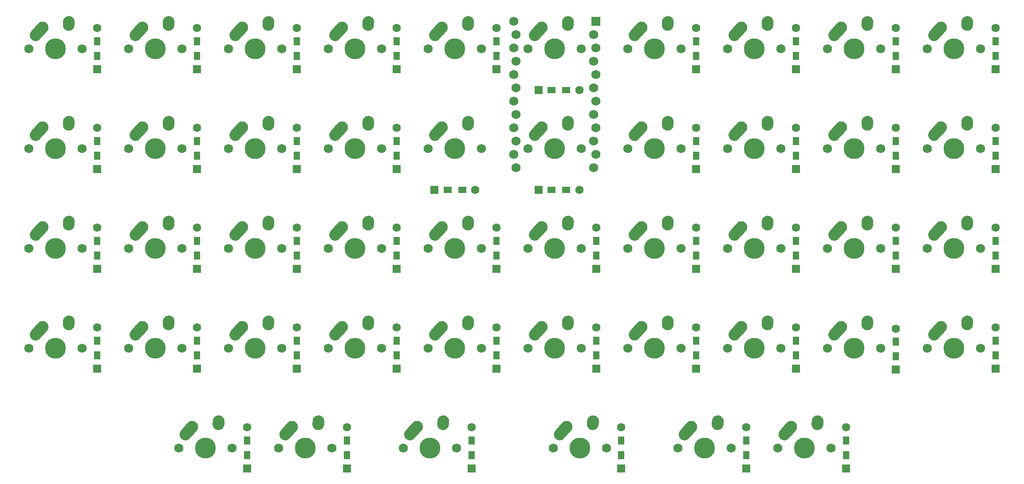
<source format=gbs>
%TF.GenerationSoftware,KiCad,Pcbnew,(5.1.12)-1*%
%TF.CreationDate,2021-12-31T17:23:32-05:00*%
%TF.ProjectId,my-keeb-pro-micro,6d792d6b-6565-4622-9d70-726f2d6d6963,rev?*%
%TF.SameCoordinates,Original*%
%TF.FileFunction,Soldermask,Bot*%
%TF.FilePolarity,Negative*%
%FSLAX46Y46*%
G04 Gerber Fmt 4.6, Leading zero omitted, Abs format (unit mm)*
G04 Created by KiCad (PCBNEW (5.1.12)-1) date 2021-12-31 17:23:32*
%MOMM*%
%LPD*%
G01*
G04 APERTURE LIST*
%ADD10C,2.250000*%
%ADD11C,3.987800*%
%ADD12C,1.750000*%
%ADD13R,1.752600X1.752600*%
%ADD14C,1.752600*%
%ADD15R,1.600000X1.600000*%
%ADD16C,1.600000*%
%ADD17R,1.200000X1.600000*%
%ADD18R,1.600000X1.200000*%
G04 APERTURE END LIST*
%TO.C,MX25*%
G36*
G01*
X119898483Y-37897395D02*
X119897597Y-37897334D01*
G75*
G02*
X118852666Y-36697597I77403J1122334D01*
G01*
X118892666Y-36117597D01*
G75*
G02*
X120092403Y-35072666I1122334J-77403D01*
G01*
X120092403Y-35072666D01*
G75*
G02*
X121137334Y-36272403I-77403J-1122334D01*
G01*
X121097334Y-36852403D01*
G75*
G02*
X119897597Y-37897334I-1122334J77403D01*
G01*
G37*
D10*
X120015000Y-36195000D03*
G36*
G01*
X112913688Y-39572350D02*
X112913683Y-39572345D01*
G75*
G02*
X112827655Y-37983683I751317J837345D01*
G01*
X114137657Y-36523683D01*
G75*
G02*
X115726319Y-36437655I837345J-751317D01*
G01*
X115726319Y-36437655D01*
G75*
G02*
X115812347Y-38026317I-751317J-837345D01*
G01*
X114502345Y-39486317D01*
G75*
G02*
X112913683Y-39572345I-837345J751317D01*
G01*
G37*
D11*
X117475000Y-41275000D03*
D10*
X114975000Y-37275000D03*
D12*
X112395000Y-41275000D03*
X122555000Y-41275000D03*
%TD*%
%TO.C,MX28*%
G36*
G01*
X124660983Y-95047395D02*
X124660097Y-95047334D01*
G75*
G02*
X123615166Y-93847597I77403J1122334D01*
G01*
X123655166Y-93267597D01*
G75*
G02*
X124854903Y-92222666I1122334J-77403D01*
G01*
X124854903Y-92222666D01*
G75*
G02*
X125899834Y-93422403I-77403J-1122334D01*
G01*
X125859834Y-94002403D01*
G75*
G02*
X124660097Y-95047334I-1122334J77403D01*
G01*
G37*
D10*
X124777500Y-93345000D03*
G36*
G01*
X117676188Y-96722350D02*
X117676183Y-96722345D01*
G75*
G02*
X117590155Y-95133683I751317J837345D01*
G01*
X118900157Y-93673683D01*
G75*
G02*
X120488819Y-93587655I837345J-751317D01*
G01*
X120488819Y-93587655D01*
G75*
G02*
X120574847Y-95176317I-751317J-837345D01*
G01*
X119264845Y-96636317D01*
G75*
G02*
X117676183Y-96722345I-837345J751317D01*
G01*
G37*
D11*
X122237500Y-98425000D03*
D10*
X119737500Y-94425000D03*
D12*
X117157500Y-98425000D03*
X127317500Y-98425000D03*
%TD*%
D13*
%TO.C,U1*%
X125323600Y-16986250D03*
D14*
X124866400Y-19526250D03*
X125323600Y-22066250D03*
X124866400Y-24606250D03*
X125323600Y-27146250D03*
X124866400Y-29686250D03*
X125323600Y-32226250D03*
X124866400Y-34766250D03*
X125323600Y-37306250D03*
X124866400Y-39846250D03*
X125323600Y-42386250D03*
X110083600Y-44926250D03*
X109626400Y-42386250D03*
X110083600Y-39846250D03*
X109626400Y-37306250D03*
X110083600Y-34766250D03*
X109626400Y-32226250D03*
X110083600Y-29686250D03*
X109626400Y-27146250D03*
X110083600Y-24606250D03*
X109626400Y-22066250D03*
X110083600Y-19526250D03*
X124866400Y-44926250D03*
X109626400Y-16986250D03*
%TD*%
%TO.C,MX46*%
G36*
G01*
X196098483Y-75997395D02*
X196097597Y-75997334D01*
G75*
G02*
X195052666Y-74797597I77403J1122334D01*
G01*
X195092666Y-74217597D01*
G75*
G02*
X196292403Y-73172666I1122334J-77403D01*
G01*
X196292403Y-73172666D01*
G75*
G02*
X197337334Y-74372403I-77403J-1122334D01*
G01*
X197297334Y-74952403D01*
G75*
G02*
X196097597Y-75997334I-1122334J77403D01*
G01*
G37*
D10*
X196215000Y-74295000D03*
G36*
G01*
X189113688Y-77672350D02*
X189113683Y-77672345D01*
G75*
G02*
X189027655Y-76083683I751317J837345D01*
G01*
X190337657Y-74623683D01*
G75*
G02*
X191926319Y-74537655I837345J-751317D01*
G01*
X191926319Y-74537655D01*
G75*
G02*
X192012347Y-76126317I-751317J-837345D01*
G01*
X190702345Y-77586317D01*
G75*
G02*
X189113683Y-77672345I-837345J751317D01*
G01*
G37*
D11*
X193675000Y-79375000D03*
D10*
X191175000Y-75375000D03*
D12*
X188595000Y-79375000D03*
X198755000Y-79375000D03*
%TD*%
%TO.C,MX45*%
G36*
G01*
X196098483Y-56947395D02*
X196097597Y-56947334D01*
G75*
G02*
X195052666Y-55747597I77403J1122334D01*
G01*
X195092666Y-55167597D01*
G75*
G02*
X196292403Y-54122666I1122334J-77403D01*
G01*
X196292403Y-54122666D01*
G75*
G02*
X197337334Y-55322403I-77403J-1122334D01*
G01*
X197297334Y-55902403D01*
G75*
G02*
X196097597Y-56947334I-1122334J77403D01*
G01*
G37*
D10*
X196215000Y-55245000D03*
G36*
G01*
X189113688Y-58622350D02*
X189113683Y-58622345D01*
G75*
G02*
X189027655Y-57033683I751317J837345D01*
G01*
X190337657Y-55573683D01*
G75*
G02*
X191926319Y-55487655I837345J-751317D01*
G01*
X191926319Y-55487655D01*
G75*
G02*
X192012347Y-57076317I-751317J-837345D01*
G01*
X190702345Y-58536317D01*
G75*
G02*
X189113683Y-58622345I-837345J751317D01*
G01*
G37*
D11*
X193675000Y-60325000D03*
D10*
X191175000Y-56325000D03*
D12*
X188595000Y-60325000D03*
X198755000Y-60325000D03*
%TD*%
%TO.C,MX44*%
G36*
G01*
X196098483Y-37897395D02*
X196097597Y-37897334D01*
G75*
G02*
X195052666Y-36697597I77403J1122334D01*
G01*
X195092666Y-36117597D01*
G75*
G02*
X196292403Y-35072666I1122334J-77403D01*
G01*
X196292403Y-35072666D01*
G75*
G02*
X197337334Y-36272403I-77403J-1122334D01*
G01*
X197297334Y-36852403D01*
G75*
G02*
X196097597Y-37897334I-1122334J77403D01*
G01*
G37*
D10*
X196215000Y-36195000D03*
G36*
G01*
X189113688Y-39572350D02*
X189113683Y-39572345D01*
G75*
G02*
X189027655Y-37983683I751317J837345D01*
G01*
X190337657Y-36523683D01*
G75*
G02*
X191926319Y-36437655I837345J-751317D01*
G01*
X191926319Y-36437655D01*
G75*
G02*
X192012347Y-38026317I-751317J-837345D01*
G01*
X190702345Y-39486317D01*
G75*
G02*
X189113683Y-39572345I-837345J751317D01*
G01*
G37*
D11*
X193675000Y-41275000D03*
D10*
X191175000Y-37275000D03*
D12*
X188595000Y-41275000D03*
X198755000Y-41275000D03*
%TD*%
%TO.C,MX43*%
G36*
G01*
X196098483Y-18847395D02*
X196097597Y-18847334D01*
G75*
G02*
X195052666Y-17647597I77403J1122334D01*
G01*
X195092666Y-17067597D01*
G75*
G02*
X196292403Y-16022666I1122334J-77403D01*
G01*
X196292403Y-16022666D01*
G75*
G02*
X197337334Y-17222403I-77403J-1122334D01*
G01*
X197297334Y-17802403D01*
G75*
G02*
X196097597Y-18847334I-1122334J77403D01*
G01*
G37*
D10*
X196215000Y-17145000D03*
G36*
G01*
X189113688Y-20522350D02*
X189113683Y-20522345D01*
G75*
G02*
X189027655Y-18933683I751317J837345D01*
G01*
X190337657Y-17473683D01*
G75*
G02*
X191926319Y-17387655I837345J-751317D01*
G01*
X191926319Y-17387655D01*
G75*
G02*
X192012347Y-18976317I-751317J-837345D01*
G01*
X190702345Y-20436317D01*
G75*
G02*
X189113683Y-20522345I-837345J751317D01*
G01*
G37*
D11*
X193675000Y-22225000D03*
D10*
X191175000Y-18225000D03*
D12*
X188595000Y-22225000D03*
X198755000Y-22225000D03*
%TD*%
%TO.C,MX42*%
G36*
G01*
X177048483Y-75997395D02*
X177047597Y-75997334D01*
G75*
G02*
X176002666Y-74797597I77403J1122334D01*
G01*
X176042666Y-74217597D01*
G75*
G02*
X177242403Y-73172666I1122334J-77403D01*
G01*
X177242403Y-73172666D01*
G75*
G02*
X178287334Y-74372403I-77403J-1122334D01*
G01*
X178247334Y-74952403D01*
G75*
G02*
X177047597Y-75997334I-1122334J77403D01*
G01*
G37*
D10*
X177165000Y-74295000D03*
G36*
G01*
X170063688Y-77672350D02*
X170063683Y-77672345D01*
G75*
G02*
X169977655Y-76083683I751317J837345D01*
G01*
X171287657Y-74623683D01*
G75*
G02*
X172876319Y-74537655I837345J-751317D01*
G01*
X172876319Y-74537655D01*
G75*
G02*
X172962347Y-76126317I-751317J-837345D01*
G01*
X171652345Y-77586317D01*
G75*
G02*
X170063683Y-77672345I-837345J751317D01*
G01*
G37*
D11*
X174625000Y-79375000D03*
D10*
X172125000Y-75375000D03*
D12*
X169545000Y-79375000D03*
X179705000Y-79375000D03*
%TD*%
%TO.C,MX41*%
G36*
G01*
X177048483Y-56947395D02*
X177047597Y-56947334D01*
G75*
G02*
X176002666Y-55747597I77403J1122334D01*
G01*
X176042666Y-55167597D01*
G75*
G02*
X177242403Y-54122666I1122334J-77403D01*
G01*
X177242403Y-54122666D01*
G75*
G02*
X178287334Y-55322403I-77403J-1122334D01*
G01*
X178247334Y-55902403D01*
G75*
G02*
X177047597Y-56947334I-1122334J77403D01*
G01*
G37*
D10*
X177165000Y-55245000D03*
G36*
G01*
X170063688Y-58622350D02*
X170063683Y-58622345D01*
G75*
G02*
X169977655Y-57033683I751317J837345D01*
G01*
X171287657Y-55573683D01*
G75*
G02*
X172876319Y-55487655I837345J-751317D01*
G01*
X172876319Y-55487655D01*
G75*
G02*
X172962347Y-57076317I-751317J-837345D01*
G01*
X171652345Y-58536317D01*
G75*
G02*
X170063683Y-58622345I-837345J751317D01*
G01*
G37*
D11*
X174625000Y-60325000D03*
D10*
X172125000Y-56325000D03*
D12*
X169545000Y-60325000D03*
X179705000Y-60325000D03*
%TD*%
%TO.C,MX40*%
G36*
G01*
X177048483Y-37897395D02*
X177047597Y-37897334D01*
G75*
G02*
X176002666Y-36697597I77403J1122334D01*
G01*
X176042666Y-36117597D01*
G75*
G02*
X177242403Y-35072666I1122334J-77403D01*
G01*
X177242403Y-35072666D01*
G75*
G02*
X178287334Y-36272403I-77403J-1122334D01*
G01*
X178247334Y-36852403D01*
G75*
G02*
X177047597Y-37897334I-1122334J77403D01*
G01*
G37*
D10*
X177165000Y-36195000D03*
G36*
G01*
X170063688Y-39572350D02*
X170063683Y-39572345D01*
G75*
G02*
X169977655Y-37983683I751317J837345D01*
G01*
X171287657Y-36523683D01*
G75*
G02*
X172876319Y-36437655I837345J-751317D01*
G01*
X172876319Y-36437655D01*
G75*
G02*
X172962347Y-38026317I-751317J-837345D01*
G01*
X171652345Y-39486317D01*
G75*
G02*
X170063683Y-39572345I-837345J751317D01*
G01*
G37*
D11*
X174625000Y-41275000D03*
D10*
X172125000Y-37275000D03*
D12*
X169545000Y-41275000D03*
X179705000Y-41275000D03*
%TD*%
%TO.C,MX39*%
G36*
G01*
X177048483Y-18847395D02*
X177047597Y-18847334D01*
G75*
G02*
X176002666Y-17647597I77403J1122334D01*
G01*
X176042666Y-17067597D01*
G75*
G02*
X177242403Y-16022666I1122334J-77403D01*
G01*
X177242403Y-16022666D01*
G75*
G02*
X178287334Y-17222403I-77403J-1122334D01*
G01*
X178247334Y-17802403D01*
G75*
G02*
X177047597Y-18847334I-1122334J77403D01*
G01*
G37*
D10*
X177165000Y-17145000D03*
G36*
G01*
X170063688Y-20522350D02*
X170063683Y-20522345D01*
G75*
G02*
X169977655Y-18933683I751317J837345D01*
G01*
X171287657Y-17473683D01*
G75*
G02*
X172876319Y-17387655I837345J-751317D01*
G01*
X172876319Y-17387655D01*
G75*
G02*
X172962347Y-18976317I-751317J-837345D01*
G01*
X171652345Y-20436317D01*
G75*
G02*
X170063683Y-20522345I-837345J751317D01*
G01*
G37*
D11*
X174625000Y-22225000D03*
D10*
X172125000Y-18225000D03*
D12*
X169545000Y-22225000D03*
X179705000Y-22225000D03*
%TD*%
%TO.C,MX38*%
G36*
G01*
X167523483Y-95047395D02*
X167522597Y-95047334D01*
G75*
G02*
X166477666Y-93847597I77403J1122334D01*
G01*
X166517666Y-93267597D01*
G75*
G02*
X167717403Y-92222666I1122334J-77403D01*
G01*
X167717403Y-92222666D01*
G75*
G02*
X168762334Y-93422403I-77403J-1122334D01*
G01*
X168722334Y-94002403D01*
G75*
G02*
X167522597Y-95047334I-1122334J77403D01*
G01*
G37*
D10*
X167640000Y-93345000D03*
G36*
G01*
X160538688Y-96722350D02*
X160538683Y-96722345D01*
G75*
G02*
X160452655Y-95133683I751317J837345D01*
G01*
X161762657Y-93673683D01*
G75*
G02*
X163351319Y-93587655I837345J-751317D01*
G01*
X163351319Y-93587655D01*
G75*
G02*
X163437347Y-95176317I-751317J-837345D01*
G01*
X162127345Y-96636317D01*
G75*
G02*
X160538683Y-96722345I-837345J751317D01*
G01*
G37*
D11*
X165100000Y-98425000D03*
D10*
X162600000Y-94425000D03*
D12*
X160020000Y-98425000D03*
X170180000Y-98425000D03*
%TD*%
%TO.C,MX37*%
G36*
G01*
X157998483Y-75997395D02*
X157997597Y-75997334D01*
G75*
G02*
X156952666Y-74797597I77403J1122334D01*
G01*
X156992666Y-74217597D01*
G75*
G02*
X158192403Y-73172666I1122334J-77403D01*
G01*
X158192403Y-73172666D01*
G75*
G02*
X159237334Y-74372403I-77403J-1122334D01*
G01*
X159197334Y-74952403D01*
G75*
G02*
X157997597Y-75997334I-1122334J77403D01*
G01*
G37*
D10*
X158115000Y-74295000D03*
G36*
G01*
X151013688Y-77672350D02*
X151013683Y-77672345D01*
G75*
G02*
X150927655Y-76083683I751317J837345D01*
G01*
X152237657Y-74623683D01*
G75*
G02*
X153826319Y-74537655I837345J-751317D01*
G01*
X153826319Y-74537655D01*
G75*
G02*
X153912347Y-76126317I-751317J-837345D01*
G01*
X152602345Y-77586317D01*
G75*
G02*
X151013683Y-77672345I-837345J751317D01*
G01*
G37*
D11*
X155575000Y-79375000D03*
D10*
X153075000Y-75375000D03*
D12*
X150495000Y-79375000D03*
X160655000Y-79375000D03*
%TD*%
%TO.C,MX36*%
G36*
G01*
X157998483Y-56947395D02*
X157997597Y-56947334D01*
G75*
G02*
X156952666Y-55747597I77403J1122334D01*
G01*
X156992666Y-55167597D01*
G75*
G02*
X158192403Y-54122666I1122334J-77403D01*
G01*
X158192403Y-54122666D01*
G75*
G02*
X159237334Y-55322403I-77403J-1122334D01*
G01*
X159197334Y-55902403D01*
G75*
G02*
X157997597Y-56947334I-1122334J77403D01*
G01*
G37*
D10*
X158115000Y-55245000D03*
G36*
G01*
X151013688Y-58622350D02*
X151013683Y-58622345D01*
G75*
G02*
X150927655Y-57033683I751317J837345D01*
G01*
X152237657Y-55573683D01*
G75*
G02*
X153826319Y-55487655I837345J-751317D01*
G01*
X153826319Y-55487655D01*
G75*
G02*
X153912347Y-57076317I-751317J-837345D01*
G01*
X152602345Y-58536317D01*
G75*
G02*
X151013683Y-58622345I-837345J751317D01*
G01*
G37*
D11*
X155575000Y-60325000D03*
D10*
X153075000Y-56325000D03*
D12*
X150495000Y-60325000D03*
X160655000Y-60325000D03*
%TD*%
%TO.C,MX35*%
G36*
G01*
X157998483Y-37897395D02*
X157997597Y-37897334D01*
G75*
G02*
X156952666Y-36697597I77403J1122334D01*
G01*
X156992666Y-36117597D01*
G75*
G02*
X158192403Y-35072666I1122334J-77403D01*
G01*
X158192403Y-35072666D01*
G75*
G02*
X159237334Y-36272403I-77403J-1122334D01*
G01*
X159197334Y-36852403D01*
G75*
G02*
X157997597Y-37897334I-1122334J77403D01*
G01*
G37*
D10*
X158115000Y-36195000D03*
G36*
G01*
X151013688Y-39572350D02*
X151013683Y-39572345D01*
G75*
G02*
X150927655Y-37983683I751317J837345D01*
G01*
X152237657Y-36523683D01*
G75*
G02*
X153826319Y-36437655I837345J-751317D01*
G01*
X153826319Y-36437655D01*
G75*
G02*
X153912347Y-38026317I-751317J-837345D01*
G01*
X152602345Y-39486317D01*
G75*
G02*
X151013683Y-39572345I-837345J751317D01*
G01*
G37*
D11*
X155575000Y-41275000D03*
D10*
X153075000Y-37275000D03*
D12*
X150495000Y-41275000D03*
X160655000Y-41275000D03*
%TD*%
%TO.C,MX34*%
G36*
G01*
X157998483Y-18847395D02*
X157997597Y-18847334D01*
G75*
G02*
X156952666Y-17647597I77403J1122334D01*
G01*
X156992666Y-17067597D01*
G75*
G02*
X158192403Y-16022666I1122334J-77403D01*
G01*
X158192403Y-16022666D01*
G75*
G02*
X159237334Y-17222403I-77403J-1122334D01*
G01*
X159197334Y-17802403D01*
G75*
G02*
X157997597Y-18847334I-1122334J77403D01*
G01*
G37*
D10*
X158115000Y-17145000D03*
G36*
G01*
X151013688Y-20522350D02*
X151013683Y-20522345D01*
G75*
G02*
X150927655Y-18933683I751317J837345D01*
G01*
X152237657Y-17473683D01*
G75*
G02*
X153826319Y-17387655I837345J-751317D01*
G01*
X153826319Y-17387655D01*
G75*
G02*
X153912347Y-18976317I-751317J-837345D01*
G01*
X152602345Y-20436317D01*
G75*
G02*
X151013683Y-20522345I-837345J751317D01*
G01*
G37*
D11*
X155575000Y-22225000D03*
D10*
X153075000Y-18225000D03*
D12*
X150495000Y-22225000D03*
X160655000Y-22225000D03*
%TD*%
%TO.C,MX33*%
G36*
G01*
X148473483Y-95047395D02*
X148472597Y-95047334D01*
G75*
G02*
X147427666Y-93847597I77403J1122334D01*
G01*
X147467666Y-93267597D01*
G75*
G02*
X148667403Y-92222666I1122334J-77403D01*
G01*
X148667403Y-92222666D01*
G75*
G02*
X149712334Y-93422403I-77403J-1122334D01*
G01*
X149672334Y-94002403D01*
G75*
G02*
X148472597Y-95047334I-1122334J77403D01*
G01*
G37*
D10*
X148590000Y-93345000D03*
G36*
G01*
X141488688Y-96722350D02*
X141488683Y-96722345D01*
G75*
G02*
X141402655Y-95133683I751317J837345D01*
G01*
X142712657Y-93673683D01*
G75*
G02*
X144301319Y-93587655I837345J-751317D01*
G01*
X144301319Y-93587655D01*
G75*
G02*
X144387347Y-95176317I-751317J-837345D01*
G01*
X143077345Y-96636317D01*
G75*
G02*
X141488683Y-96722345I-837345J751317D01*
G01*
G37*
D11*
X146050000Y-98425000D03*
D10*
X143550000Y-94425000D03*
D12*
X140970000Y-98425000D03*
X151130000Y-98425000D03*
%TD*%
%TO.C,MX32*%
G36*
G01*
X138948483Y-75997395D02*
X138947597Y-75997334D01*
G75*
G02*
X137902666Y-74797597I77403J1122334D01*
G01*
X137942666Y-74217597D01*
G75*
G02*
X139142403Y-73172666I1122334J-77403D01*
G01*
X139142403Y-73172666D01*
G75*
G02*
X140187334Y-74372403I-77403J-1122334D01*
G01*
X140147334Y-74952403D01*
G75*
G02*
X138947597Y-75997334I-1122334J77403D01*
G01*
G37*
D10*
X139065000Y-74295000D03*
G36*
G01*
X131963688Y-77672350D02*
X131963683Y-77672345D01*
G75*
G02*
X131877655Y-76083683I751317J837345D01*
G01*
X133187657Y-74623683D01*
G75*
G02*
X134776319Y-74537655I837345J-751317D01*
G01*
X134776319Y-74537655D01*
G75*
G02*
X134862347Y-76126317I-751317J-837345D01*
G01*
X133552345Y-77586317D01*
G75*
G02*
X131963683Y-77672345I-837345J751317D01*
G01*
G37*
D11*
X136525000Y-79375000D03*
D10*
X134025000Y-75375000D03*
D12*
X131445000Y-79375000D03*
X141605000Y-79375000D03*
%TD*%
%TO.C,MX31*%
G36*
G01*
X138948483Y-56947395D02*
X138947597Y-56947334D01*
G75*
G02*
X137902666Y-55747597I77403J1122334D01*
G01*
X137942666Y-55167597D01*
G75*
G02*
X139142403Y-54122666I1122334J-77403D01*
G01*
X139142403Y-54122666D01*
G75*
G02*
X140187334Y-55322403I-77403J-1122334D01*
G01*
X140147334Y-55902403D01*
G75*
G02*
X138947597Y-56947334I-1122334J77403D01*
G01*
G37*
D10*
X139065000Y-55245000D03*
G36*
G01*
X131963688Y-58622350D02*
X131963683Y-58622345D01*
G75*
G02*
X131877655Y-57033683I751317J837345D01*
G01*
X133187657Y-55573683D01*
G75*
G02*
X134776319Y-55487655I837345J-751317D01*
G01*
X134776319Y-55487655D01*
G75*
G02*
X134862347Y-57076317I-751317J-837345D01*
G01*
X133552345Y-58536317D01*
G75*
G02*
X131963683Y-58622345I-837345J751317D01*
G01*
G37*
D11*
X136525000Y-60325000D03*
D10*
X134025000Y-56325000D03*
D12*
X131445000Y-60325000D03*
X141605000Y-60325000D03*
%TD*%
%TO.C,MX30*%
G36*
G01*
X138948483Y-37897395D02*
X138947597Y-37897334D01*
G75*
G02*
X137902666Y-36697597I77403J1122334D01*
G01*
X137942666Y-36117597D01*
G75*
G02*
X139142403Y-35072666I1122334J-77403D01*
G01*
X139142403Y-35072666D01*
G75*
G02*
X140187334Y-36272403I-77403J-1122334D01*
G01*
X140147334Y-36852403D01*
G75*
G02*
X138947597Y-37897334I-1122334J77403D01*
G01*
G37*
D10*
X139065000Y-36195000D03*
G36*
G01*
X131963688Y-39572350D02*
X131963683Y-39572345D01*
G75*
G02*
X131877655Y-37983683I751317J837345D01*
G01*
X133187657Y-36523683D01*
G75*
G02*
X134776319Y-36437655I837345J-751317D01*
G01*
X134776319Y-36437655D01*
G75*
G02*
X134862347Y-38026317I-751317J-837345D01*
G01*
X133552345Y-39486317D01*
G75*
G02*
X131963683Y-39572345I-837345J751317D01*
G01*
G37*
D11*
X136525000Y-41275000D03*
D10*
X134025000Y-37275000D03*
D12*
X131445000Y-41275000D03*
X141605000Y-41275000D03*
%TD*%
%TO.C,MX29*%
G36*
G01*
X138948483Y-18847395D02*
X138947597Y-18847334D01*
G75*
G02*
X137902666Y-17647597I77403J1122334D01*
G01*
X137942666Y-17067597D01*
G75*
G02*
X139142403Y-16022666I1122334J-77403D01*
G01*
X139142403Y-16022666D01*
G75*
G02*
X140187334Y-17222403I-77403J-1122334D01*
G01*
X140147334Y-17802403D01*
G75*
G02*
X138947597Y-18847334I-1122334J77403D01*
G01*
G37*
D10*
X139065000Y-17145000D03*
G36*
G01*
X131963688Y-20522350D02*
X131963683Y-20522345D01*
G75*
G02*
X131877655Y-18933683I751317J837345D01*
G01*
X133187657Y-17473683D01*
G75*
G02*
X134776319Y-17387655I837345J-751317D01*
G01*
X134776319Y-17387655D01*
G75*
G02*
X134862347Y-18976317I-751317J-837345D01*
G01*
X133552345Y-20436317D01*
G75*
G02*
X131963683Y-20522345I-837345J751317D01*
G01*
G37*
D11*
X136525000Y-22225000D03*
D10*
X134025000Y-18225000D03*
D12*
X131445000Y-22225000D03*
X141605000Y-22225000D03*
%TD*%
%TO.C,MX27*%
G36*
G01*
X119898483Y-75997395D02*
X119897597Y-75997334D01*
G75*
G02*
X118852666Y-74797597I77403J1122334D01*
G01*
X118892666Y-74217597D01*
G75*
G02*
X120092403Y-73172666I1122334J-77403D01*
G01*
X120092403Y-73172666D01*
G75*
G02*
X121137334Y-74372403I-77403J-1122334D01*
G01*
X121097334Y-74952403D01*
G75*
G02*
X119897597Y-75997334I-1122334J77403D01*
G01*
G37*
D10*
X120015000Y-74295000D03*
G36*
G01*
X112913688Y-77672350D02*
X112913683Y-77672345D01*
G75*
G02*
X112827655Y-76083683I751317J837345D01*
G01*
X114137657Y-74623683D01*
G75*
G02*
X115726319Y-74537655I837345J-751317D01*
G01*
X115726319Y-74537655D01*
G75*
G02*
X115812347Y-76126317I-751317J-837345D01*
G01*
X114502345Y-77586317D01*
G75*
G02*
X112913683Y-77672345I-837345J751317D01*
G01*
G37*
D11*
X117475000Y-79375000D03*
D10*
X114975000Y-75375000D03*
D12*
X112395000Y-79375000D03*
X122555000Y-79375000D03*
%TD*%
%TO.C,MX26*%
G36*
G01*
X119898483Y-56947395D02*
X119897597Y-56947334D01*
G75*
G02*
X118852666Y-55747597I77403J1122334D01*
G01*
X118892666Y-55167597D01*
G75*
G02*
X120092403Y-54122666I1122334J-77403D01*
G01*
X120092403Y-54122666D01*
G75*
G02*
X121137334Y-55322403I-77403J-1122334D01*
G01*
X121097334Y-55902403D01*
G75*
G02*
X119897597Y-56947334I-1122334J77403D01*
G01*
G37*
D10*
X120015000Y-55245000D03*
G36*
G01*
X112913688Y-58622350D02*
X112913683Y-58622345D01*
G75*
G02*
X112827655Y-57033683I751317J837345D01*
G01*
X114137657Y-55573683D01*
G75*
G02*
X115726319Y-55487655I837345J-751317D01*
G01*
X115726319Y-55487655D01*
G75*
G02*
X115812347Y-57076317I-751317J-837345D01*
G01*
X114502345Y-58536317D01*
G75*
G02*
X112913683Y-58622345I-837345J751317D01*
G01*
G37*
D11*
X117475000Y-60325000D03*
D10*
X114975000Y-56325000D03*
D12*
X112395000Y-60325000D03*
X122555000Y-60325000D03*
%TD*%
%TO.C,MX24*%
G36*
G01*
X119898483Y-18847395D02*
X119897597Y-18847334D01*
G75*
G02*
X118852666Y-17647597I77403J1122334D01*
G01*
X118892666Y-17067597D01*
G75*
G02*
X120092403Y-16022666I1122334J-77403D01*
G01*
X120092403Y-16022666D01*
G75*
G02*
X121137334Y-17222403I-77403J-1122334D01*
G01*
X121097334Y-17802403D01*
G75*
G02*
X119897597Y-18847334I-1122334J77403D01*
G01*
G37*
D10*
X120015000Y-17145000D03*
G36*
G01*
X112913688Y-20522350D02*
X112913683Y-20522345D01*
G75*
G02*
X112827655Y-18933683I751317J837345D01*
G01*
X114137657Y-17473683D01*
G75*
G02*
X115726319Y-17387655I837345J-751317D01*
G01*
X115726319Y-17387655D01*
G75*
G02*
X115812347Y-18976317I-751317J-837345D01*
G01*
X114502345Y-20436317D01*
G75*
G02*
X112913683Y-20522345I-837345J751317D01*
G01*
G37*
D11*
X117475000Y-22225000D03*
D10*
X114975000Y-18225000D03*
D12*
X112395000Y-22225000D03*
X122555000Y-22225000D03*
%TD*%
%TO.C,MX23*%
G36*
G01*
X96085983Y-95047395D02*
X96085097Y-95047334D01*
G75*
G02*
X95040166Y-93847597I77403J1122334D01*
G01*
X95080166Y-93267597D01*
G75*
G02*
X96279903Y-92222666I1122334J-77403D01*
G01*
X96279903Y-92222666D01*
G75*
G02*
X97324834Y-93422403I-77403J-1122334D01*
G01*
X97284834Y-94002403D01*
G75*
G02*
X96085097Y-95047334I-1122334J77403D01*
G01*
G37*
D10*
X96202500Y-93345000D03*
G36*
G01*
X89101188Y-96722350D02*
X89101183Y-96722345D01*
G75*
G02*
X89015155Y-95133683I751317J837345D01*
G01*
X90325157Y-93673683D01*
G75*
G02*
X91913819Y-93587655I837345J-751317D01*
G01*
X91913819Y-93587655D01*
G75*
G02*
X91999847Y-95176317I-751317J-837345D01*
G01*
X90689845Y-96636317D01*
G75*
G02*
X89101183Y-96722345I-837345J751317D01*
G01*
G37*
D11*
X93662500Y-98425000D03*
D10*
X91162500Y-94425000D03*
D12*
X88582500Y-98425000D03*
X98742500Y-98425000D03*
%TD*%
%TO.C,MX22*%
G36*
G01*
X100848483Y-75997395D02*
X100847597Y-75997334D01*
G75*
G02*
X99802666Y-74797597I77403J1122334D01*
G01*
X99842666Y-74217597D01*
G75*
G02*
X101042403Y-73172666I1122334J-77403D01*
G01*
X101042403Y-73172666D01*
G75*
G02*
X102087334Y-74372403I-77403J-1122334D01*
G01*
X102047334Y-74952403D01*
G75*
G02*
X100847597Y-75997334I-1122334J77403D01*
G01*
G37*
D10*
X100965000Y-74295000D03*
G36*
G01*
X93863688Y-77672350D02*
X93863683Y-77672345D01*
G75*
G02*
X93777655Y-76083683I751317J837345D01*
G01*
X95087657Y-74623683D01*
G75*
G02*
X96676319Y-74537655I837345J-751317D01*
G01*
X96676319Y-74537655D01*
G75*
G02*
X96762347Y-76126317I-751317J-837345D01*
G01*
X95452345Y-77586317D01*
G75*
G02*
X93863683Y-77672345I-837345J751317D01*
G01*
G37*
D11*
X98425000Y-79375000D03*
D10*
X95925000Y-75375000D03*
D12*
X93345000Y-79375000D03*
X103505000Y-79375000D03*
%TD*%
%TO.C,MX21*%
G36*
G01*
X100848483Y-56947395D02*
X100847597Y-56947334D01*
G75*
G02*
X99802666Y-55747597I77403J1122334D01*
G01*
X99842666Y-55167597D01*
G75*
G02*
X101042403Y-54122666I1122334J-77403D01*
G01*
X101042403Y-54122666D01*
G75*
G02*
X102087334Y-55322403I-77403J-1122334D01*
G01*
X102047334Y-55902403D01*
G75*
G02*
X100847597Y-56947334I-1122334J77403D01*
G01*
G37*
D10*
X100965000Y-55245000D03*
G36*
G01*
X93863688Y-58622350D02*
X93863683Y-58622345D01*
G75*
G02*
X93777655Y-57033683I751317J837345D01*
G01*
X95087657Y-55573683D01*
G75*
G02*
X96676319Y-55487655I837345J-751317D01*
G01*
X96676319Y-55487655D01*
G75*
G02*
X96762347Y-57076317I-751317J-837345D01*
G01*
X95452345Y-58536317D01*
G75*
G02*
X93863683Y-58622345I-837345J751317D01*
G01*
G37*
D11*
X98425000Y-60325000D03*
D10*
X95925000Y-56325000D03*
D12*
X93345000Y-60325000D03*
X103505000Y-60325000D03*
%TD*%
%TO.C,MX20*%
G36*
G01*
X100848483Y-37897395D02*
X100847597Y-37897334D01*
G75*
G02*
X99802666Y-36697597I77403J1122334D01*
G01*
X99842666Y-36117597D01*
G75*
G02*
X101042403Y-35072666I1122334J-77403D01*
G01*
X101042403Y-35072666D01*
G75*
G02*
X102087334Y-36272403I-77403J-1122334D01*
G01*
X102047334Y-36852403D01*
G75*
G02*
X100847597Y-37897334I-1122334J77403D01*
G01*
G37*
D10*
X100965000Y-36195000D03*
G36*
G01*
X93863688Y-39572350D02*
X93863683Y-39572345D01*
G75*
G02*
X93777655Y-37983683I751317J837345D01*
G01*
X95087657Y-36523683D01*
G75*
G02*
X96676319Y-36437655I837345J-751317D01*
G01*
X96676319Y-36437655D01*
G75*
G02*
X96762347Y-38026317I-751317J-837345D01*
G01*
X95452345Y-39486317D01*
G75*
G02*
X93863683Y-39572345I-837345J751317D01*
G01*
G37*
D11*
X98425000Y-41275000D03*
D10*
X95925000Y-37275000D03*
D12*
X93345000Y-41275000D03*
X103505000Y-41275000D03*
%TD*%
%TO.C,MX19*%
G36*
G01*
X100848483Y-18847395D02*
X100847597Y-18847334D01*
G75*
G02*
X99802666Y-17647597I77403J1122334D01*
G01*
X99842666Y-17067597D01*
G75*
G02*
X101042403Y-16022666I1122334J-77403D01*
G01*
X101042403Y-16022666D01*
G75*
G02*
X102087334Y-17222403I-77403J-1122334D01*
G01*
X102047334Y-17802403D01*
G75*
G02*
X100847597Y-18847334I-1122334J77403D01*
G01*
G37*
D10*
X100965000Y-17145000D03*
G36*
G01*
X93863688Y-20522350D02*
X93863683Y-20522345D01*
G75*
G02*
X93777655Y-18933683I751317J837345D01*
G01*
X95087657Y-17473683D01*
G75*
G02*
X96676319Y-17387655I837345J-751317D01*
G01*
X96676319Y-17387655D01*
G75*
G02*
X96762347Y-18976317I-751317J-837345D01*
G01*
X95452345Y-20436317D01*
G75*
G02*
X93863683Y-20522345I-837345J751317D01*
G01*
G37*
D11*
X98425000Y-22225000D03*
D10*
X95925000Y-18225000D03*
D12*
X93345000Y-22225000D03*
X103505000Y-22225000D03*
%TD*%
%TO.C,MX18*%
G36*
G01*
X72273483Y-95047395D02*
X72272597Y-95047334D01*
G75*
G02*
X71227666Y-93847597I77403J1122334D01*
G01*
X71267666Y-93267597D01*
G75*
G02*
X72467403Y-92222666I1122334J-77403D01*
G01*
X72467403Y-92222666D01*
G75*
G02*
X73512334Y-93422403I-77403J-1122334D01*
G01*
X73472334Y-94002403D01*
G75*
G02*
X72272597Y-95047334I-1122334J77403D01*
G01*
G37*
D10*
X72390000Y-93345000D03*
G36*
G01*
X65288688Y-96722350D02*
X65288683Y-96722345D01*
G75*
G02*
X65202655Y-95133683I751317J837345D01*
G01*
X66512657Y-93673683D01*
G75*
G02*
X68101319Y-93587655I837345J-751317D01*
G01*
X68101319Y-93587655D01*
G75*
G02*
X68187347Y-95176317I-751317J-837345D01*
G01*
X66877345Y-96636317D01*
G75*
G02*
X65288683Y-96722345I-837345J751317D01*
G01*
G37*
D11*
X69850000Y-98425000D03*
D10*
X67350000Y-94425000D03*
D12*
X64770000Y-98425000D03*
X74930000Y-98425000D03*
%TD*%
%TO.C,MX17*%
G36*
G01*
X81798483Y-75997395D02*
X81797597Y-75997334D01*
G75*
G02*
X80752666Y-74797597I77403J1122334D01*
G01*
X80792666Y-74217597D01*
G75*
G02*
X81992403Y-73172666I1122334J-77403D01*
G01*
X81992403Y-73172666D01*
G75*
G02*
X83037334Y-74372403I-77403J-1122334D01*
G01*
X82997334Y-74952403D01*
G75*
G02*
X81797597Y-75997334I-1122334J77403D01*
G01*
G37*
D10*
X81915000Y-74295000D03*
G36*
G01*
X74813688Y-77672350D02*
X74813683Y-77672345D01*
G75*
G02*
X74727655Y-76083683I751317J837345D01*
G01*
X76037657Y-74623683D01*
G75*
G02*
X77626319Y-74537655I837345J-751317D01*
G01*
X77626319Y-74537655D01*
G75*
G02*
X77712347Y-76126317I-751317J-837345D01*
G01*
X76402345Y-77586317D01*
G75*
G02*
X74813683Y-77672345I-837345J751317D01*
G01*
G37*
D11*
X79375000Y-79375000D03*
D10*
X76875000Y-75375000D03*
D12*
X74295000Y-79375000D03*
X84455000Y-79375000D03*
%TD*%
%TO.C,MX16*%
G36*
G01*
X81798483Y-56947395D02*
X81797597Y-56947334D01*
G75*
G02*
X80752666Y-55747597I77403J1122334D01*
G01*
X80792666Y-55167597D01*
G75*
G02*
X81992403Y-54122666I1122334J-77403D01*
G01*
X81992403Y-54122666D01*
G75*
G02*
X83037334Y-55322403I-77403J-1122334D01*
G01*
X82997334Y-55902403D01*
G75*
G02*
X81797597Y-56947334I-1122334J77403D01*
G01*
G37*
D10*
X81915000Y-55245000D03*
G36*
G01*
X74813688Y-58622350D02*
X74813683Y-58622345D01*
G75*
G02*
X74727655Y-57033683I751317J837345D01*
G01*
X76037657Y-55573683D01*
G75*
G02*
X77626319Y-55487655I837345J-751317D01*
G01*
X77626319Y-55487655D01*
G75*
G02*
X77712347Y-57076317I-751317J-837345D01*
G01*
X76402345Y-58536317D01*
G75*
G02*
X74813683Y-58622345I-837345J751317D01*
G01*
G37*
D11*
X79375000Y-60325000D03*
D10*
X76875000Y-56325000D03*
D12*
X74295000Y-60325000D03*
X84455000Y-60325000D03*
%TD*%
%TO.C,MX15*%
G36*
G01*
X81798483Y-37897395D02*
X81797597Y-37897334D01*
G75*
G02*
X80752666Y-36697597I77403J1122334D01*
G01*
X80792666Y-36117597D01*
G75*
G02*
X81992403Y-35072666I1122334J-77403D01*
G01*
X81992403Y-35072666D01*
G75*
G02*
X83037334Y-36272403I-77403J-1122334D01*
G01*
X82997334Y-36852403D01*
G75*
G02*
X81797597Y-37897334I-1122334J77403D01*
G01*
G37*
D10*
X81915000Y-36195000D03*
G36*
G01*
X74813688Y-39572350D02*
X74813683Y-39572345D01*
G75*
G02*
X74727655Y-37983683I751317J837345D01*
G01*
X76037657Y-36523683D01*
G75*
G02*
X77626319Y-36437655I837345J-751317D01*
G01*
X77626319Y-36437655D01*
G75*
G02*
X77712347Y-38026317I-751317J-837345D01*
G01*
X76402345Y-39486317D01*
G75*
G02*
X74813683Y-39572345I-837345J751317D01*
G01*
G37*
D11*
X79375000Y-41275000D03*
D10*
X76875000Y-37275000D03*
D12*
X74295000Y-41275000D03*
X84455000Y-41275000D03*
%TD*%
%TO.C,MX14*%
G36*
G01*
X81798483Y-18847395D02*
X81797597Y-18847334D01*
G75*
G02*
X80752666Y-17647597I77403J1122334D01*
G01*
X80792666Y-17067597D01*
G75*
G02*
X81992403Y-16022666I1122334J-77403D01*
G01*
X81992403Y-16022666D01*
G75*
G02*
X83037334Y-17222403I-77403J-1122334D01*
G01*
X82997334Y-17802403D01*
G75*
G02*
X81797597Y-18847334I-1122334J77403D01*
G01*
G37*
D10*
X81915000Y-17145000D03*
G36*
G01*
X74813688Y-20522350D02*
X74813683Y-20522345D01*
G75*
G02*
X74727655Y-18933683I751317J837345D01*
G01*
X76037657Y-17473683D01*
G75*
G02*
X77626319Y-17387655I837345J-751317D01*
G01*
X77626319Y-17387655D01*
G75*
G02*
X77712347Y-18976317I-751317J-837345D01*
G01*
X76402345Y-20436317D01*
G75*
G02*
X74813683Y-20522345I-837345J751317D01*
G01*
G37*
D11*
X79375000Y-22225000D03*
D10*
X76875000Y-18225000D03*
D12*
X74295000Y-22225000D03*
X84455000Y-22225000D03*
%TD*%
%TO.C,MX13*%
G36*
G01*
X53223483Y-95047395D02*
X53222597Y-95047334D01*
G75*
G02*
X52177666Y-93847597I77403J1122334D01*
G01*
X52217666Y-93267597D01*
G75*
G02*
X53417403Y-92222666I1122334J-77403D01*
G01*
X53417403Y-92222666D01*
G75*
G02*
X54462334Y-93422403I-77403J-1122334D01*
G01*
X54422334Y-94002403D01*
G75*
G02*
X53222597Y-95047334I-1122334J77403D01*
G01*
G37*
D10*
X53340000Y-93345000D03*
G36*
G01*
X46238688Y-96722350D02*
X46238683Y-96722345D01*
G75*
G02*
X46152655Y-95133683I751317J837345D01*
G01*
X47462657Y-93673683D01*
G75*
G02*
X49051319Y-93587655I837345J-751317D01*
G01*
X49051319Y-93587655D01*
G75*
G02*
X49137347Y-95176317I-751317J-837345D01*
G01*
X47827345Y-96636317D01*
G75*
G02*
X46238683Y-96722345I-837345J751317D01*
G01*
G37*
D11*
X50800000Y-98425000D03*
D10*
X48300000Y-94425000D03*
D12*
X45720000Y-98425000D03*
X55880000Y-98425000D03*
%TD*%
%TO.C,MX12*%
G36*
G01*
X62748483Y-75997395D02*
X62747597Y-75997334D01*
G75*
G02*
X61702666Y-74797597I77403J1122334D01*
G01*
X61742666Y-74217597D01*
G75*
G02*
X62942403Y-73172666I1122334J-77403D01*
G01*
X62942403Y-73172666D01*
G75*
G02*
X63987334Y-74372403I-77403J-1122334D01*
G01*
X63947334Y-74952403D01*
G75*
G02*
X62747597Y-75997334I-1122334J77403D01*
G01*
G37*
D10*
X62865000Y-74295000D03*
G36*
G01*
X55763688Y-77672350D02*
X55763683Y-77672345D01*
G75*
G02*
X55677655Y-76083683I751317J837345D01*
G01*
X56987657Y-74623683D01*
G75*
G02*
X58576319Y-74537655I837345J-751317D01*
G01*
X58576319Y-74537655D01*
G75*
G02*
X58662347Y-76126317I-751317J-837345D01*
G01*
X57352345Y-77586317D01*
G75*
G02*
X55763683Y-77672345I-837345J751317D01*
G01*
G37*
D11*
X60325000Y-79375000D03*
D10*
X57825000Y-75375000D03*
D12*
X55245000Y-79375000D03*
X65405000Y-79375000D03*
%TD*%
%TO.C,MX11*%
G36*
G01*
X62748483Y-56947395D02*
X62747597Y-56947334D01*
G75*
G02*
X61702666Y-55747597I77403J1122334D01*
G01*
X61742666Y-55167597D01*
G75*
G02*
X62942403Y-54122666I1122334J-77403D01*
G01*
X62942403Y-54122666D01*
G75*
G02*
X63987334Y-55322403I-77403J-1122334D01*
G01*
X63947334Y-55902403D01*
G75*
G02*
X62747597Y-56947334I-1122334J77403D01*
G01*
G37*
D10*
X62865000Y-55245000D03*
G36*
G01*
X55763688Y-58622350D02*
X55763683Y-58622345D01*
G75*
G02*
X55677655Y-57033683I751317J837345D01*
G01*
X56987657Y-55573683D01*
G75*
G02*
X58576319Y-55487655I837345J-751317D01*
G01*
X58576319Y-55487655D01*
G75*
G02*
X58662347Y-57076317I-751317J-837345D01*
G01*
X57352345Y-58536317D01*
G75*
G02*
X55763683Y-58622345I-837345J751317D01*
G01*
G37*
D11*
X60325000Y-60325000D03*
D10*
X57825000Y-56325000D03*
D12*
X55245000Y-60325000D03*
X65405000Y-60325000D03*
%TD*%
%TO.C,MX10*%
G36*
G01*
X62748483Y-37897395D02*
X62747597Y-37897334D01*
G75*
G02*
X61702666Y-36697597I77403J1122334D01*
G01*
X61742666Y-36117597D01*
G75*
G02*
X62942403Y-35072666I1122334J-77403D01*
G01*
X62942403Y-35072666D01*
G75*
G02*
X63987334Y-36272403I-77403J-1122334D01*
G01*
X63947334Y-36852403D01*
G75*
G02*
X62747597Y-37897334I-1122334J77403D01*
G01*
G37*
D10*
X62865000Y-36195000D03*
G36*
G01*
X55763688Y-39572350D02*
X55763683Y-39572345D01*
G75*
G02*
X55677655Y-37983683I751317J837345D01*
G01*
X56987657Y-36523683D01*
G75*
G02*
X58576319Y-36437655I837345J-751317D01*
G01*
X58576319Y-36437655D01*
G75*
G02*
X58662347Y-38026317I-751317J-837345D01*
G01*
X57352345Y-39486317D01*
G75*
G02*
X55763683Y-39572345I-837345J751317D01*
G01*
G37*
D11*
X60325000Y-41275000D03*
D10*
X57825000Y-37275000D03*
D12*
X55245000Y-41275000D03*
X65405000Y-41275000D03*
%TD*%
%TO.C,MX9*%
G36*
G01*
X62748483Y-18847395D02*
X62747597Y-18847334D01*
G75*
G02*
X61702666Y-17647597I77403J1122334D01*
G01*
X61742666Y-17067597D01*
G75*
G02*
X62942403Y-16022666I1122334J-77403D01*
G01*
X62942403Y-16022666D01*
G75*
G02*
X63987334Y-17222403I-77403J-1122334D01*
G01*
X63947334Y-17802403D01*
G75*
G02*
X62747597Y-18847334I-1122334J77403D01*
G01*
G37*
D10*
X62865000Y-17145000D03*
G36*
G01*
X55763688Y-20522350D02*
X55763683Y-20522345D01*
G75*
G02*
X55677655Y-18933683I751317J837345D01*
G01*
X56987657Y-17473683D01*
G75*
G02*
X58576319Y-17387655I837345J-751317D01*
G01*
X58576319Y-17387655D01*
G75*
G02*
X58662347Y-18976317I-751317J-837345D01*
G01*
X57352345Y-20436317D01*
G75*
G02*
X55763683Y-20522345I-837345J751317D01*
G01*
G37*
D11*
X60325000Y-22225000D03*
D10*
X57825000Y-18225000D03*
D12*
X55245000Y-22225000D03*
X65405000Y-22225000D03*
%TD*%
%TO.C,MX8*%
G36*
G01*
X43698483Y-75997395D02*
X43697597Y-75997334D01*
G75*
G02*
X42652666Y-74797597I77403J1122334D01*
G01*
X42692666Y-74217597D01*
G75*
G02*
X43892403Y-73172666I1122334J-77403D01*
G01*
X43892403Y-73172666D01*
G75*
G02*
X44937334Y-74372403I-77403J-1122334D01*
G01*
X44897334Y-74952403D01*
G75*
G02*
X43697597Y-75997334I-1122334J77403D01*
G01*
G37*
D10*
X43815000Y-74295000D03*
G36*
G01*
X36713688Y-77672350D02*
X36713683Y-77672345D01*
G75*
G02*
X36627655Y-76083683I751317J837345D01*
G01*
X37937657Y-74623683D01*
G75*
G02*
X39526319Y-74537655I837345J-751317D01*
G01*
X39526319Y-74537655D01*
G75*
G02*
X39612347Y-76126317I-751317J-837345D01*
G01*
X38302345Y-77586317D01*
G75*
G02*
X36713683Y-77672345I-837345J751317D01*
G01*
G37*
D11*
X41275000Y-79375000D03*
D10*
X38775000Y-75375000D03*
D12*
X36195000Y-79375000D03*
X46355000Y-79375000D03*
%TD*%
%TO.C,MX7*%
G36*
G01*
X43698483Y-56947395D02*
X43697597Y-56947334D01*
G75*
G02*
X42652666Y-55747597I77403J1122334D01*
G01*
X42692666Y-55167597D01*
G75*
G02*
X43892403Y-54122666I1122334J-77403D01*
G01*
X43892403Y-54122666D01*
G75*
G02*
X44937334Y-55322403I-77403J-1122334D01*
G01*
X44897334Y-55902403D01*
G75*
G02*
X43697597Y-56947334I-1122334J77403D01*
G01*
G37*
D10*
X43815000Y-55245000D03*
G36*
G01*
X36713688Y-58622350D02*
X36713683Y-58622345D01*
G75*
G02*
X36627655Y-57033683I751317J837345D01*
G01*
X37937657Y-55573683D01*
G75*
G02*
X39526319Y-55487655I837345J-751317D01*
G01*
X39526319Y-55487655D01*
G75*
G02*
X39612347Y-57076317I-751317J-837345D01*
G01*
X38302345Y-58536317D01*
G75*
G02*
X36713683Y-58622345I-837345J751317D01*
G01*
G37*
D11*
X41275000Y-60325000D03*
D10*
X38775000Y-56325000D03*
D12*
X36195000Y-60325000D03*
X46355000Y-60325000D03*
%TD*%
%TO.C,MX6*%
G36*
G01*
X43698483Y-37897395D02*
X43697597Y-37897334D01*
G75*
G02*
X42652666Y-36697597I77403J1122334D01*
G01*
X42692666Y-36117597D01*
G75*
G02*
X43892403Y-35072666I1122334J-77403D01*
G01*
X43892403Y-35072666D01*
G75*
G02*
X44937334Y-36272403I-77403J-1122334D01*
G01*
X44897334Y-36852403D01*
G75*
G02*
X43697597Y-37897334I-1122334J77403D01*
G01*
G37*
D10*
X43815000Y-36195000D03*
G36*
G01*
X36713688Y-39572350D02*
X36713683Y-39572345D01*
G75*
G02*
X36627655Y-37983683I751317J837345D01*
G01*
X37937657Y-36523683D01*
G75*
G02*
X39526319Y-36437655I837345J-751317D01*
G01*
X39526319Y-36437655D01*
G75*
G02*
X39612347Y-38026317I-751317J-837345D01*
G01*
X38302345Y-39486317D01*
G75*
G02*
X36713683Y-39572345I-837345J751317D01*
G01*
G37*
D11*
X41275000Y-41275000D03*
D10*
X38775000Y-37275000D03*
D12*
X36195000Y-41275000D03*
X46355000Y-41275000D03*
%TD*%
%TO.C,MX5*%
G36*
G01*
X43698483Y-18847395D02*
X43697597Y-18847334D01*
G75*
G02*
X42652666Y-17647597I77403J1122334D01*
G01*
X42692666Y-17067597D01*
G75*
G02*
X43892403Y-16022666I1122334J-77403D01*
G01*
X43892403Y-16022666D01*
G75*
G02*
X44937334Y-17222403I-77403J-1122334D01*
G01*
X44897334Y-17802403D01*
G75*
G02*
X43697597Y-18847334I-1122334J77403D01*
G01*
G37*
D10*
X43815000Y-17145000D03*
G36*
G01*
X36713688Y-20522350D02*
X36713683Y-20522345D01*
G75*
G02*
X36627655Y-18933683I751317J837345D01*
G01*
X37937657Y-17473683D01*
G75*
G02*
X39526319Y-17387655I837345J-751317D01*
G01*
X39526319Y-17387655D01*
G75*
G02*
X39612347Y-18976317I-751317J-837345D01*
G01*
X38302345Y-20436317D01*
G75*
G02*
X36713683Y-20522345I-837345J751317D01*
G01*
G37*
D11*
X41275000Y-22225000D03*
D10*
X38775000Y-18225000D03*
D12*
X36195000Y-22225000D03*
X46355000Y-22225000D03*
%TD*%
%TO.C,MX4*%
G36*
G01*
X24648483Y-75997395D02*
X24647597Y-75997334D01*
G75*
G02*
X23602666Y-74797597I77403J1122334D01*
G01*
X23642666Y-74217597D01*
G75*
G02*
X24842403Y-73172666I1122334J-77403D01*
G01*
X24842403Y-73172666D01*
G75*
G02*
X25887334Y-74372403I-77403J-1122334D01*
G01*
X25847334Y-74952403D01*
G75*
G02*
X24647597Y-75997334I-1122334J77403D01*
G01*
G37*
D10*
X24765000Y-74295000D03*
G36*
G01*
X17663688Y-77672350D02*
X17663683Y-77672345D01*
G75*
G02*
X17577655Y-76083683I751317J837345D01*
G01*
X18887657Y-74623683D01*
G75*
G02*
X20476319Y-74537655I837345J-751317D01*
G01*
X20476319Y-74537655D01*
G75*
G02*
X20562347Y-76126317I-751317J-837345D01*
G01*
X19252345Y-77586317D01*
G75*
G02*
X17663683Y-77672345I-837345J751317D01*
G01*
G37*
D11*
X22225000Y-79375000D03*
D10*
X19725000Y-75375000D03*
D12*
X17145000Y-79375000D03*
X27305000Y-79375000D03*
%TD*%
%TO.C,MX3*%
G36*
G01*
X24648483Y-56947395D02*
X24647597Y-56947334D01*
G75*
G02*
X23602666Y-55747597I77403J1122334D01*
G01*
X23642666Y-55167597D01*
G75*
G02*
X24842403Y-54122666I1122334J-77403D01*
G01*
X24842403Y-54122666D01*
G75*
G02*
X25887334Y-55322403I-77403J-1122334D01*
G01*
X25847334Y-55902403D01*
G75*
G02*
X24647597Y-56947334I-1122334J77403D01*
G01*
G37*
D10*
X24765000Y-55245000D03*
G36*
G01*
X17663688Y-58622350D02*
X17663683Y-58622345D01*
G75*
G02*
X17577655Y-57033683I751317J837345D01*
G01*
X18887657Y-55573683D01*
G75*
G02*
X20476319Y-55487655I837345J-751317D01*
G01*
X20476319Y-55487655D01*
G75*
G02*
X20562347Y-57076317I-751317J-837345D01*
G01*
X19252345Y-58536317D01*
G75*
G02*
X17663683Y-58622345I-837345J751317D01*
G01*
G37*
D11*
X22225000Y-60325000D03*
D10*
X19725000Y-56325000D03*
D12*
X17145000Y-60325000D03*
X27305000Y-60325000D03*
%TD*%
%TO.C,MX2*%
G36*
G01*
X24648483Y-37897395D02*
X24647597Y-37897334D01*
G75*
G02*
X23602666Y-36697597I77403J1122334D01*
G01*
X23642666Y-36117597D01*
G75*
G02*
X24842403Y-35072666I1122334J-77403D01*
G01*
X24842403Y-35072666D01*
G75*
G02*
X25887334Y-36272403I-77403J-1122334D01*
G01*
X25847334Y-36852403D01*
G75*
G02*
X24647597Y-37897334I-1122334J77403D01*
G01*
G37*
D10*
X24765000Y-36195000D03*
G36*
G01*
X17663688Y-39572350D02*
X17663683Y-39572345D01*
G75*
G02*
X17577655Y-37983683I751317J837345D01*
G01*
X18887657Y-36523683D01*
G75*
G02*
X20476319Y-36437655I837345J-751317D01*
G01*
X20476319Y-36437655D01*
G75*
G02*
X20562347Y-38026317I-751317J-837345D01*
G01*
X19252345Y-39486317D01*
G75*
G02*
X17663683Y-39572345I-837345J751317D01*
G01*
G37*
D11*
X22225000Y-41275000D03*
D10*
X19725000Y-37275000D03*
D12*
X17145000Y-41275000D03*
X27305000Y-41275000D03*
%TD*%
%TO.C,MX1*%
G36*
G01*
X24648483Y-18847395D02*
X24647597Y-18847334D01*
G75*
G02*
X23602666Y-17647597I77403J1122334D01*
G01*
X23642666Y-17067597D01*
G75*
G02*
X24842403Y-16022666I1122334J-77403D01*
G01*
X24842403Y-16022666D01*
G75*
G02*
X25887334Y-17222403I-77403J-1122334D01*
G01*
X25847334Y-17802403D01*
G75*
G02*
X24647597Y-18847334I-1122334J77403D01*
G01*
G37*
D10*
X24765000Y-17145000D03*
G36*
G01*
X17663688Y-20522350D02*
X17663683Y-20522345D01*
G75*
G02*
X17577655Y-18933683I751317J837345D01*
G01*
X18887657Y-17473683D01*
G75*
G02*
X20476319Y-17387655I837345J-751317D01*
G01*
X20476319Y-17387655D01*
G75*
G02*
X20562347Y-18976317I-751317J-837345D01*
G01*
X19252345Y-20436317D01*
G75*
G02*
X17663683Y-20522345I-837345J751317D01*
G01*
G37*
D11*
X22225000Y-22225000D03*
D10*
X19725000Y-18225000D03*
D12*
X17145000Y-22225000D03*
X27305000Y-22225000D03*
%TD*%
D15*
%TO.C,D46*%
X201612500Y-83275000D03*
D16*
X201612500Y-75475000D03*
D17*
X201612500Y-80775000D03*
X201612500Y-77975000D03*
%TD*%
D15*
%TO.C,D45*%
X201612500Y-64225000D03*
D16*
X201612500Y-56425000D03*
D17*
X201612500Y-61725000D03*
X201612500Y-58925000D03*
%TD*%
D15*
%TO.C,D44*%
X201612500Y-45175000D03*
D16*
X201612500Y-37375000D03*
D17*
X201612500Y-42675000D03*
X201612500Y-39875000D03*
%TD*%
D15*
%TO.C,D43*%
X201612500Y-26125000D03*
D16*
X201612500Y-18325000D03*
D17*
X201612500Y-23625000D03*
X201612500Y-20825000D03*
%TD*%
D15*
%TO.C,D42*%
X182562500Y-83462500D03*
D16*
X182562500Y-75662500D03*
D17*
X182562500Y-80962500D03*
X182562500Y-78162500D03*
%TD*%
D15*
%TO.C,D41*%
X182562500Y-64225000D03*
D16*
X182562500Y-56425000D03*
D17*
X182562500Y-61725000D03*
X182562500Y-58925000D03*
%TD*%
D15*
%TO.C,D40*%
X182562500Y-45175000D03*
D16*
X182562500Y-37375000D03*
D17*
X182562500Y-42675000D03*
X182562500Y-39875000D03*
%TD*%
D15*
%TO.C,D39*%
X182562500Y-26125000D03*
D16*
X182562500Y-18325000D03*
D17*
X182562500Y-23625000D03*
X182562500Y-20825000D03*
%TD*%
D15*
%TO.C,D38*%
X173037500Y-102325000D03*
D16*
X173037500Y-94525000D03*
D17*
X173037500Y-99825000D03*
X173037500Y-97025000D03*
%TD*%
D15*
%TO.C,D37*%
X163512500Y-83275000D03*
D16*
X163512500Y-75475000D03*
D17*
X163512500Y-80775000D03*
X163512500Y-77975000D03*
%TD*%
D15*
%TO.C,D36*%
X163512500Y-64225000D03*
D16*
X163512500Y-56425000D03*
D17*
X163512500Y-61725000D03*
X163512500Y-58925000D03*
%TD*%
D15*
%TO.C,D35*%
X163512500Y-45175000D03*
D16*
X163512500Y-37375000D03*
D17*
X163512500Y-42675000D03*
X163512500Y-39875000D03*
%TD*%
D15*
%TO.C,D34*%
X163512500Y-26125000D03*
D16*
X163512500Y-18325000D03*
D17*
X163512500Y-23625000D03*
X163512500Y-20825000D03*
%TD*%
D15*
%TO.C,D33*%
X153987500Y-102325000D03*
D16*
X153987500Y-94525000D03*
D17*
X153987500Y-99825000D03*
X153987500Y-97025000D03*
%TD*%
D15*
%TO.C,D32*%
X144462500Y-83275000D03*
D16*
X144462500Y-75475000D03*
D17*
X144462500Y-80775000D03*
X144462500Y-77975000D03*
%TD*%
D15*
%TO.C,D31*%
X144462500Y-64225000D03*
D16*
X144462500Y-56425000D03*
D17*
X144462500Y-61725000D03*
X144462500Y-58925000D03*
%TD*%
D15*
%TO.C,D30*%
X144462500Y-45175000D03*
D16*
X144462500Y-37375000D03*
D17*
X144462500Y-42675000D03*
X144462500Y-39875000D03*
%TD*%
D15*
%TO.C,D29*%
X144462500Y-26125000D03*
D16*
X144462500Y-18325000D03*
D17*
X144462500Y-23625000D03*
X144462500Y-20825000D03*
%TD*%
D15*
%TO.C,D28*%
X130175000Y-102325000D03*
D16*
X130175000Y-94525000D03*
D17*
X130175000Y-99825000D03*
X130175000Y-97025000D03*
%TD*%
D15*
%TO.C,D27*%
X125412500Y-83275000D03*
D16*
X125412500Y-75475000D03*
D17*
X125412500Y-80775000D03*
X125412500Y-77975000D03*
%TD*%
D15*
%TO.C,D26*%
X125412500Y-64225000D03*
D16*
X125412500Y-56425000D03*
D17*
X125412500Y-61725000D03*
X125412500Y-58925000D03*
%TD*%
D15*
%TO.C,D25*%
X114368750Y-49212500D03*
D16*
X122168750Y-49212500D03*
D18*
X116868750Y-49212500D03*
X119668750Y-49212500D03*
%TD*%
D15*
%TO.C,D24*%
X114368750Y-30162500D03*
D16*
X122168750Y-30162500D03*
D18*
X116868750Y-30162500D03*
X119668750Y-30162500D03*
%TD*%
D15*
%TO.C,D23*%
X101600000Y-102325000D03*
D16*
X101600000Y-94525000D03*
D17*
X101600000Y-99825000D03*
X101600000Y-97025000D03*
%TD*%
D15*
%TO.C,D22*%
X106362500Y-83275000D03*
D16*
X106362500Y-75475000D03*
D17*
X106362500Y-80775000D03*
X106362500Y-77975000D03*
%TD*%
D15*
%TO.C,D21*%
X106362500Y-64225000D03*
D16*
X106362500Y-56425000D03*
D17*
X106362500Y-61725000D03*
X106362500Y-58925000D03*
%TD*%
D15*
%TO.C,D20*%
X94525000Y-49212500D03*
D16*
X102325000Y-49212500D03*
D18*
X97025000Y-49212500D03*
X99825000Y-49212500D03*
%TD*%
D15*
%TO.C,D19*%
X106362500Y-26125000D03*
D16*
X106362500Y-18325000D03*
D17*
X106362500Y-23625000D03*
X106362500Y-20825000D03*
%TD*%
D15*
%TO.C,D18*%
X77787500Y-102325000D03*
D16*
X77787500Y-94525000D03*
D17*
X77787500Y-99825000D03*
X77787500Y-97025000D03*
%TD*%
D15*
%TO.C,D17*%
X87312500Y-83275000D03*
D16*
X87312500Y-75475000D03*
D17*
X87312500Y-80775000D03*
X87312500Y-77975000D03*
%TD*%
D15*
%TO.C,D16*%
X87312500Y-64225000D03*
D16*
X87312500Y-56425000D03*
D17*
X87312500Y-61725000D03*
X87312500Y-58925000D03*
%TD*%
D15*
%TO.C,D15*%
X87312500Y-45175000D03*
D16*
X87312500Y-37375000D03*
D17*
X87312500Y-42675000D03*
X87312500Y-39875000D03*
%TD*%
D15*
%TO.C,D14*%
X87312500Y-26125000D03*
D16*
X87312500Y-18325000D03*
D17*
X87312500Y-23625000D03*
X87312500Y-20825000D03*
%TD*%
D15*
%TO.C,D13*%
X58737500Y-102325000D03*
D16*
X58737500Y-94525000D03*
D17*
X58737500Y-99825000D03*
X58737500Y-97025000D03*
%TD*%
D15*
%TO.C,D12*%
X68262500Y-83275000D03*
D16*
X68262500Y-75475000D03*
D17*
X68262500Y-80775000D03*
X68262500Y-77975000D03*
%TD*%
D15*
%TO.C,D11*%
X68262500Y-64225000D03*
D16*
X68262500Y-56425000D03*
D17*
X68262500Y-61725000D03*
X68262500Y-58925000D03*
%TD*%
D15*
%TO.C,D10*%
X68262500Y-45175000D03*
D16*
X68262500Y-37375000D03*
D17*
X68262500Y-42675000D03*
X68262500Y-39875000D03*
%TD*%
D15*
%TO.C,D9*%
X68262500Y-26125000D03*
D16*
X68262500Y-18325000D03*
D17*
X68262500Y-23625000D03*
X68262500Y-20825000D03*
%TD*%
D15*
%TO.C,D8*%
X49212500Y-83275000D03*
D16*
X49212500Y-75475000D03*
D17*
X49212500Y-80775000D03*
X49212500Y-77975000D03*
%TD*%
D15*
%TO.C,D7*%
X49212500Y-64225000D03*
D16*
X49212500Y-56425000D03*
D17*
X49212500Y-61725000D03*
X49212500Y-58925000D03*
%TD*%
D15*
%TO.C,D6*%
X49212500Y-45175000D03*
D16*
X49212500Y-37375000D03*
D17*
X49212500Y-42675000D03*
X49212500Y-39875000D03*
%TD*%
D15*
%TO.C,D5*%
X49212500Y-26125000D03*
D16*
X49212500Y-18325000D03*
D17*
X49212500Y-23625000D03*
X49212500Y-20825000D03*
%TD*%
D15*
%TO.C,D4*%
X30162500Y-83275000D03*
D16*
X30162500Y-75475000D03*
D17*
X30162500Y-80775000D03*
X30162500Y-77975000D03*
%TD*%
D15*
%TO.C,D3*%
X30162500Y-64225000D03*
D16*
X30162500Y-56425000D03*
D17*
X30162500Y-61725000D03*
X30162500Y-58925000D03*
%TD*%
D15*
%TO.C,D2*%
X30162500Y-45175000D03*
D16*
X30162500Y-37375000D03*
D17*
X30162500Y-42675000D03*
X30162500Y-39875000D03*
%TD*%
D15*
%TO.C,D1*%
X30162500Y-26125000D03*
D16*
X30162500Y-18325000D03*
D17*
X30162500Y-23625000D03*
X30162500Y-20825000D03*
%TD*%
M02*

</source>
